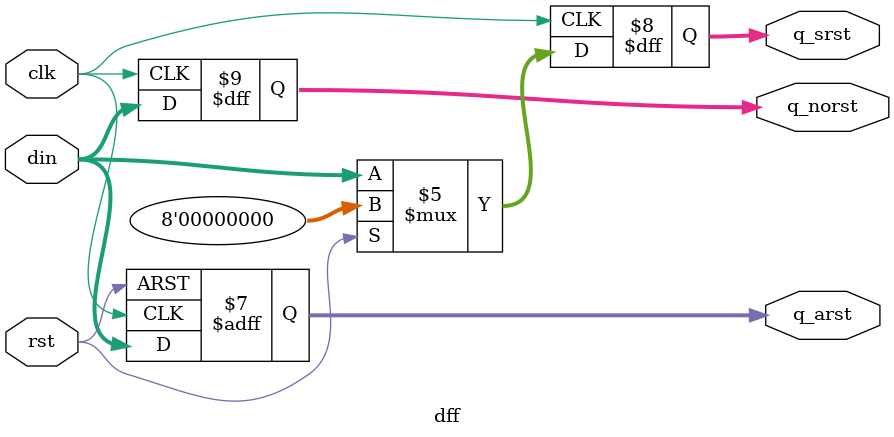
<source format=sv>
module dff(clk,rst,din,q_norst,q_arst,q_srst);
  input clk,rst;
  input [7:0] din;
  output reg [7:0] q_norst,q_arst,q_srst;
  
  //no reset
  always @(posedge clk)
    q_norst<=din;
  
  
  //synchronous reset
  always @(posedge clk)
    begin
      if(rst)
        q_srst<=0;
      else
        q_srst<=din;
    end
  
  //asynch reset
  always @(posedge clk or posedge rst)
    begin
      if(rst)
        q_arst<=0;
      else
        q_arst<=din;
    end
endmodule
    

</source>
